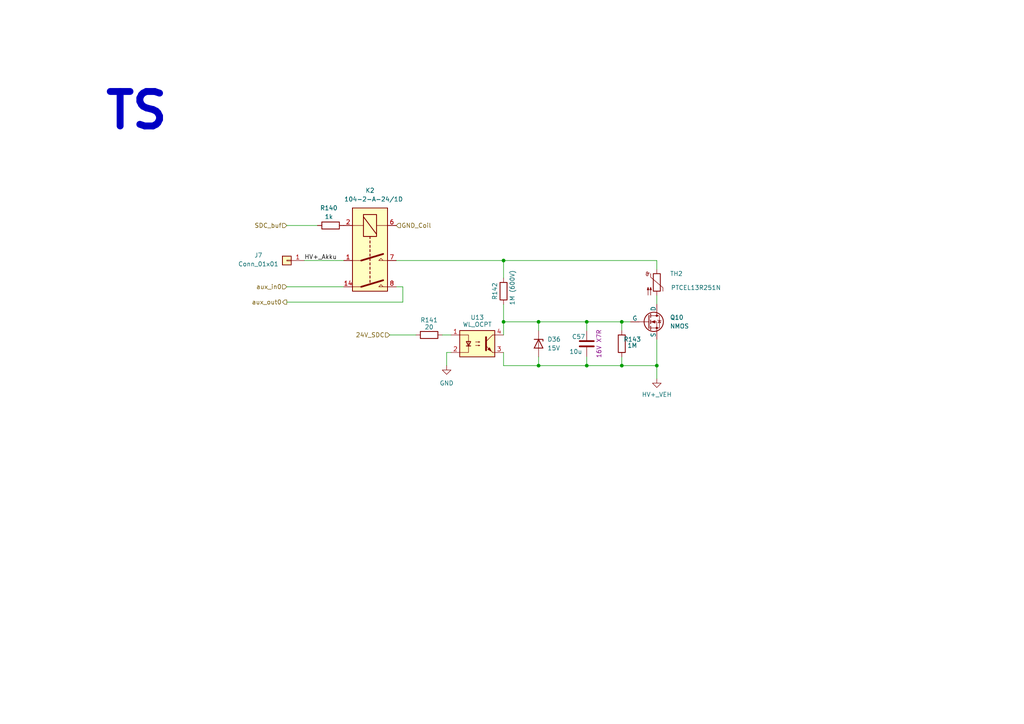
<source format=kicad_sch>
(kicad_sch
	(version 20231120)
	(generator "eeschema")
	(generator_version "8.0")
	(uuid "c512826e-4b30-41b0-b08b-4a156c10d879")
	(paper "A4")
	(lib_symbols
		(symbol "Connector_Generic:Conn_01x01"
			(pin_names
				(offset 1.016) hide)
			(exclude_from_sim no)
			(in_bom yes)
			(on_board yes)
			(property "Reference" "J"
				(at 0 2.54 0)
				(effects
					(font
						(size 1.27 1.27)
					)
				)
			)
			(property "Value" "Conn_01x01"
				(at 0 -2.54 0)
				(effects
					(font
						(size 1.27 1.27)
					)
				)
			)
			(property "Footprint" ""
				(at 0 0 0)
				(effects
					(font
						(size 1.27 1.27)
					)
					(hide yes)
				)
			)
			(property "Datasheet" "~"
				(at 0 0 0)
				(effects
					(font
						(size 1.27 1.27)
					)
					(hide yes)
				)
			)
			(property "Description" "Generic connector, single row, 01x01, script generated (kicad-library-utils/schlib/autogen/connector/)"
				(at 0 0 0)
				(effects
					(font
						(size 1.27 1.27)
					)
					(hide yes)
				)
			)
			(property "ki_keywords" "connector"
				(at 0 0 0)
				(effects
					(font
						(size 1.27 1.27)
					)
					(hide yes)
				)
			)
			(property "ki_fp_filters" "Connector*:*_1x??_*"
				(at 0 0 0)
				(effects
					(font
						(size 1.27 1.27)
					)
					(hide yes)
				)
			)
			(symbol "Conn_01x01_1_1"
				(rectangle
					(start -1.27 0.127)
					(end 0 -0.127)
					(stroke
						(width 0.1524)
						(type default)
					)
					(fill
						(type none)
					)
				)
				(rectangle
					(start -1.27 1.27)
					(end 1.27 -1.27)
					(stroke
						(width 0.254)
						(type default)
					)
					(fill
						(type background)
					)
				)
				(pin passive line
					(at -5.08 0 0)
					(length 3.81)
					(name "Pin_1"
						(effects
							(font
								(size 1.27 1.27)
							)
						)
					)
					(number "1"
						(effects
							(font
								(size 1.27 1.27)
							)
						)
					)
				)
			)
		)
		(symbol "Device:C"
			(pin_numbers hide)
			(pin_names
				(offset 0.254)
			)
			(exclude_from_sim no)
			(in_bom yes)
			(on_board yes)
			(property "Reference" "C"
				(at 0.635 2.54 0)
				(effects
					(font
						(size 1.27 1.27)
					)
					(justify left)
				)
			)
			(property "Value" "C"
				(at 0.635 -2.54 0)
				(effects
					(font
						(size 1.27 1.27)
					)
					(justify left)
				)
			)
			(property "Footprint" ""
				(at 0.9652 -3.81 0)
				(effects
					(font
						(size 1.27 1.27)
					)
					(hide yes)
				)
			)
			(property "Datasheet" "~"
				(at 0 0 0)
				(effects
					(font
						(size 1.27 1.27)
					)
					(hide yes)
				)
			)
			(property "Description" "Unpolarized capacitor"
				(at 0 0 0)
				(effects
					(font
						(size 1.27 1.27)
					)
					(hide yes)
				)
			)
			(property "ki_keywords" "cap capacitor"
				(at 0 0 0)
				(effects
					(font
						(size 1.27 1.27)
					)
					(hide yes)
				)
			)
			(property "ki_fp_filters" "C_*"
				(at 0 0 0)
				(effects
					(font
						(size 1.27 1.27)
					)
					(hide yes)
				)
			)
			(symbol "C_0_1"
				(polyline
					(pts
						(xy -2.032 -0.762) (xy 2.032 -0.762)
					)
					(stroke
						(width 0.508)
						(type default)
					)
					(fill
						(type none)
					)
				)
				(polyline
					(pts
						(xy -2.032 0.762) (xy 2.032 0.762)
					)
					(stroke
						(width 0.508)
						(type default)
					)
					(fill
						(type none)
					)
				)
			)
			(symbol "C_1_1"
				(pin passive line
					(at 0 3.81 270)
					(length 2.794)
					(name "~"
						(effects
							(font
								(size 1.27 1.27)
							)
						)
					)
					(number "1"
						(effects
							(font
								(size 1.27 1.27)
							)
						)
					)
				)
				(pin passive line
					(at 0 -3.81 90)
					(length 2.794)
					(name "~"
						(effects
							(font
								(size 1.27 1.27)
							)
						)
					)
					(number "2"
						(effects
							(font
								(size 1.27 1.27)
							)
						)
					)
				)
			)
		)
		(symbol "Device:D_Zener"
			(pin_numbers hide)
			(pin_names
				(offset 1.016) hide)
			(exclude_from_sim no)
			(in_bom yes)
			(on_board yes)
			(property "Reference" "D"
				(at 0 2.54 0)
				(effects
					(font
						(size 1.27 1.27)
					)
				)
			)
			(property "Value" "D_Zener"
				(at 0 -2.54 0)
				(effects
					(font
						(size 1.27 1.27)
					)
				)
			)
			(property "Footprint" ""
				(at 0 0 0)
				(effects
					(font
						(size 1.27 1.27)
					)
					(hide yes)
				)
			)
			(property "Datasheet" "~"
				(at 0 0 0)
				(effects
					(font
						(size 1.27 1.27)
					)
					(hide yes)
				)
			)
			(property "Description" "Zener diode"
				(at 0 0 0)
				(effects
					(font
						(size 1.27 1.27)
					)
					(hide yes)
				)
			)
			(property "ki_keywords" "diode"
				(at 0 0 0)
				(effects
					(font
						(size 1.27 1.27)
					)
					(hide yes)
				)
			)
			(property "ki_fp_filters" "TO-???* *_Diode_* *SingleDiode* D_*"
				(at 0 0 0)
				(effects
					(font
						(size 1.27 1.27)
					)
					(hide yes)
				)
			)
			(symbol "D_Zener_0_1"
				(polyline
					(pts
						(xy 1.27 0) (xy -1.27 0)
					)
					(stroke
						(width 0)
						(type default)
					)
					(fill
						(type none)
					)
				)
				(polyline
					(pts
						(xy -1.27 -1.27) (xy -1.27 1.27) (xy -0.762 1.27)
					)
					(stroke
						(width 0.254)
						(type default)
					)
					(fill
						(type none)
					)
				)
				(polyline
					(pts
						(xy 1.27 -1.27) (xy 1.27 1.27) (xy -1.27 0) (xy 1.27 -1.27)
					)
					(stroke
						(width 0.254)
						(type default)
					)
					(fill
						(type none)
					)
				)
			)
			(symbol "D_Zener_1_1"
				(pin passive line
					(at -3.81 0 0)
					(length 2.54)
					(name "K"
						(effects
							(font
								(size 1.27 1.27)
							)
						)
					)
					(number "1"
						(effects
							(font
								(size 1.27 1.27)
							)
						)
					)
				)
				(pin passive line
					(at 3.81 0 180)
					(length 2.54)
					(name "A"
						(effects
							(font
								(size 1.27 1.27)
							)
						)
					)
					(number "2"
						(effects
							(font
								(size 1.27 1.27)
							)
						)
					)
				)
			)
		)
		(symbol "Device:R"
			(pin_numbers hide)
			(pin_names
				(offset 0)
			)
			(exclude_from_sim no)
			(in_bom yes)
			(on_board yes)
			(property "Reference" "R"
				(at 2.032 0 90)
				(effects
					(font
						(size 1.27 1.27)
					)
				)
			)
			(property "Value" "R"
				(at 0 0 90)
				(effects
					(font
						(size 1.27 1.27)
					)
				)
			)
			(property "Footprint" ""
				(at -1.778 0 90)
				(effects
					(font
						(size 1.27 1.27)
					)
					(hide yes)
				)
			)
			(property "Datasheet" "~"
				(at 0 0 0)
				(effects
					(font
						(size 1.27 1.27)
					)
					(hide yes)
				)
			)
			(property "Description" "Resistor"
				(at 0 0 0)
				(effects
					(font
						(size 1.27 1.27)
					)
					(hide yes)
				)
			)
			(property "ki_keywords" "R res resistor"
				(at 0 0 0)
				(effects
					(font
						(size 1.27 1.27)
					)
					(hide yes)
				)
			)
			(property "ki_fp_filters" "R_*"
				(at 0 0 0)
				(effects
					(font
						(size 1.27 1.27)
					)
					(hide yes)
				)
			)
			(symbol "R_0_1"
				(rectangle
					(start -1.016 -2.54)
					(end 1.016 2.54)
					(stroke
						(width 0.254)
						(type default)
					)
					(fill
						(type none)
					)
				)
			)
			(symbol "R_1_1"
				(pin passive line
					(at 0 3.81 270)
					(length 1.27)
					(name "~"
						(effects
							(font
								(size 1.27 1.27)
							)
						)
					)
					(number "1"
						(effects
							(font
								(size 1.27 1.27)
							)
						)
					)
				)
				(pin passive line
					(at 0 -3.81 90)
					(length 1.27)
					(name "~"
						(effects
							(font
								(size 1.27 1.27)
							)
						)
					)
					(number "2"
						(effects
							(font
								(size 1.27 1.27)
							)
						)
					)
				)
			)
		)
		(symbol "Device:Thermistor_PTC"
			(pin_numbers hide)
			(pin_names
				(offset 0)
			)
			(exclude_from_sim no)
			(in_bom yes)
			(on_board yes)
			(property "Reference" "TH"
				(at -4.064 0 90)
				(effects
					(font
						(size 1.27 1.27)
					)
				)
			)
			(property "Value" "Thermistor_PTC"
				(at 3.048 0 90)
				(effects
					(font
						(size 1.27 1.27)
					)
				)
			)
			(property "Footprint" ""
				(at 1.27 -5.08 0)
				(effects
					(font
						(size 1.27 1.27)
					)
					(justify left)
					(hide yes)
				)
			)
			(property "Datasheet" "~"
				(at 0 0 0)
				(effects
					(font
						(size 1.27 1.27)
					)
					(hide yes)
				)
			)
			(property "Description" "Temperature dependent resistor, positive temperature coefficient"
				(at 0 0 0)
				(effects
					(font
						(size 1.27 1.27)
					)
					(hide yes)
				)
			)
			(property "ki_keywords" "resistor PTC thermistor sensor RTD"
				(at 0 0 0)
				(effects
					(font
						(size 1.27 1.27)
					)
					(hide yes)
				)
			)
			(property "ki_fp_filters" "*PTC* *Thermistor* PIN?ARRAY* bornier* *Terminal?Block* R_*"
				(at 0 0 0)
				(effects
					(font
						(size 1.27 1.27)
					)
					(hide yes)
				)
			)
			(symbol "Thermistor_PTC_0_1"
				(arc
					(start -3.048 2.159)
					(mid -3.0495 2.3143)
					(end -3.175 2.413)
					(stroke
						(width 0)
						(type default)
					)
					(fill
						(type none)
					)
				)
				(arc
					(start -3.048 2.159)
					(mid -2.9736 1.9794)
					(end -2.794 1.905)
					(stroke
						(width 0)
						(type default)
					)
					(fill
						(type none)
					)
				)
				(arc
					(start -3.048 2.794)
					(mid -2.9736 2.6144)
					(end -2.794 2.54)
					(stroke
						(width 0)
						(type default)
					)
					(fill
						(type none)
					)
				)
				(arc
					(start -2.794 1.905)
					(mid -2.6144 1.9794)
					(end -2.54 2.159)
					(stroke
						(width 0)
						(type default)
					)
					(fill
						(type none)
					)
				)
				(arc
					(start -2.794 2.54)
					(mid -2.4393 2.5587)
					(end -2.159 2.794)
					(stroke
						(width 0)
						(type default)
					)
					(fill
						(type none)
					)
				)
				(arc
					(start -2.794 3.048)
					(mid -2.9736 2.9736)
					(end -3.048 2.794)
					(stroke
						(width 0)
						(type default)
					)
					(fill
						(type none)
					)
				)
				(arc
					(start -2.54 2.794)
					(mid -2.6144 2.9736)
					(end -2.794 3.048)
					(stroke
						(width 0)
						(type default)
					)
					(fill
						(type none)
					)
				)
				(rectangle
					(start -1.016 2.54)
					(end 1.016 -2.54)
					(stroke
						(width 0.254)
						(type default)
					)
					(fill
						(type none)
					)
				)
				(polyline
					(pts
						(xy -2.54 2.159) (xy -2.54 2.794)
					)
					(stroke
						(width 0)
						(type default)
					)
					(fill
						(type none)
					)
				)
				(polyline
					(pts
						(xy -1.778 2.54) (xy -1.778 1.524) (xy 1.778 -1.524) (xy 1.778 -2.54)
					)
					(stroke
						(width 0)
						(type default)
					)
					(fill
						(type none)
					)
				)
				(polyline
					(pts
						(xy -2.54 -3.683) (xy -2.54 -1.397) (xy -2.794 -2.159) (xy -2.286 -2.159) (xy -2.54 -1.397) (xy -2.54 -1.651)
					)
					(stroke
						(width 0)
						(type default)
					)
					(fill
						(type outline)
					)
				)
				(polyline
					(pts
						(xy -1.778 -3.683) (xy -1.778 -1.397) (xy -2.032 -2.159) (xy -1.524 -2.159) (xy -1.778 -1.397)
						(xy -1.778 -1.651)
					)
					(stroke
						(width 0)
						(type default)
					)
					(fill
						(type outline)
					)
				)
			)
			(symbol "Thermistor_PTC_1_1"
				(pin passive line
					(at 0 3.81 270)
					(length 1.27)
					(name "~"
						(effects
							(font
								(size 1.27 1.27)
							)
						)
					)
					(number "1"
						(effects
							(font
								(size 1.27 1.27)
							)
						)
					)
				)
				(pin passive line
					(at 0 -3.81 90)
					(length 1.27)
					(name "~"
						(effects
							(font
								(size 1.27 1.27)
							)
						)
					)
					(number "2"
						(effects
							(font
								(size 1.27 1.27)
							)
						)
					)
				)
			)
		)
		(symbol "Isolator:FODM217A"
			(exclude_from_sim no)
			(in_bom yes)
			(on_board yes)
			(property "Reference" "U4"
				(at 1.27 7.62 0)
				(effects
					(font
						(size 1.27 1.27)
					)
				)
			)
			(property "Value" "WL_OCDA"
				(at 1.27 5.588 0)
				(effects
					(font
						(size 1.27 1.27)
					)
				)
			)
			(property "Footprint" "Package_SO:SOP-4_4.4x2.6mm_P1.27mm"
				(at 0 -5.08 0)
				(effects
					(font
						(size 1.27 1.27)
						(italic yes)
					)
					(hide yes)
				)
			)
			(property "Datasheet" ""
				(at 0 0 0)
				(effects
					(font
						(size 1.27 1.27)
					)
					(justify left)
					(hide yes)
				)
			)
			(property "Description" "141352145000"
				(at 0 0 0)
				(effects
					(font
						(size 1.27 1.27)
					)
					(hide yes)
				)
			)
			(property "ki_keywords" "DC Phototransistor Optocoupler"
				(at 0 0 0)
				(effects
					(font
						(size 1.27 1.27)
					)
					(hide yes)
				)
			)
			(property "ki_fp_filters" "SOP*4.4x2.6mm*P1.27mm*"
				(at 0 0 0)
				(effects
					(font
						(size 1.27 1.27)
					)
					(hide yes)
				)
			)
			(symbol "FODM217A_0_1"
				(rectangle
					(start -5.08 3.81)
					(end 5.08 -3.81)
					(stroke
						(width 0.254)
						(type default)
					)
					(fill
						(type background)
					)
				)
				(polyline
					(pts
						(xy -3.175 -0.635) (xy -1.905 -0.635)
					)
					(stroke
						(width 0.254)
						(type default)
					)
					(fill
						(type none)
					)
				)
				(polyline
					(pts
						(xy 2.54 0.635) (xy 4.445 2.54)
					)
					(stroke
						(width 0)
						(type default)
					)
					(fill
						(type none)
					)
				)
				(polyline
					(pts
						(xy 4.445 -2.54) (xy 2.54 -0.635)
					)
					(stroke
						(width 0)
						(type default)
					)
					(fill
						(type outline)
					)
				)
				(polyline
					(pts
						(xy 4.445 -2.54) (xy 5.08 -2.54)
					)
					(stroke
						(width 0)
						(type default)
					)
					(fill
						(type none)
					)
				)
				(polyline
					(pts
						(xy 4.445 2.54) (xy 5.08 2.54)
					)
					(stroke
						(width 0)
						(type default)
					)
					(fill
						(type none)
					)
				)
				(polyline
					(pts
						(xy -5.08 2.54) (xy -2.54 2.54) (xy -2.54 -0.635)
					)
					(stroke
						(width 0)
						(type default)
					)
					(fill
						(type none)
					)
				)
				(polyline
					(pts
						(xy -2.54 -0.635) (xy -2.54 -2.54) (xy -5.08 -2.54)
					)
					(stroke
						(width 0)
						(type default)
					)
					(fill
						(type none)
					)
				)
				(polyline
					(pts
						(xy 2.54 1.905) (xy 2.54 -1.905) (xy 2.54 -1.905)
					)
					(stroke
						(width 0.508)
						(type default)
					)
					(fill
						(type none)
					)
				)
				(polyline
					(pts
						(xy -2.54 -0.635) (xy -3.175 0.635) (xy -1.905 0.635) (xy -2.54 -0.635)
					)
					(stroke
						(width 0.254)
						(type default)
					)
					(fill
						(type none)
					)
				)
				(polyline
					(pts
						(xy -0.508 -0.508) (xy 0.762 -0.508) (xy 0.381 -0.635) (xy 0.381 -0.381) (xy 0.762 -0.508)
					)
					(stroke
						(width 0)
						(type default)
					)
					(fill
						(type none)
					)
				)
				(polyline
					(pts
						(xy -0.508 0.508) (xy 0.762 0.508) (xy 0.381 0.381) (xy 0.381 0.635) (xy 0.762 0.508)
					)
					(stroke
						(width 0)
						(type default)
					)
					(fill
						(type none)
					)
				)
				(polyline
					(pts
						(xy 3.048 -1.651) (xy 3.556 -1.143) (xy 4.064 -2.159) (xy 3.048 -1.651) (xy 3.048 -1.651)
					)
					(stroke
						(width 0)
						(type default)
					)
					(fill
						(type outline)
					)
				)
			)
			(symbol "FODM217A_1_1"
				(pin passive line
					(at -7.62 2.54 0)
					(length 2.54)
					(name "~"
						(effects
							(font
								(size 1.27 1.27)
							)
						)
					)
					(number "1"
						(effects
							(font
								(size 1.27 1.27)
							)
						)
					)
				)
				(pin passive line
					(at -7.62 -2.54 0)
					(length 2.54)
					(name "~"
						(effects
							(font
								(size 1.27 1.27)
							)
						)
					)
					(number "2"
						(effects
							(font
								(size 1.27 1.27)
							)
						)
					)
				)
				(pin passive line
					(at 7.62 -2.54 180)
					(length 2.54)
					(name "~"
						(effects
							(font
								(size 1.27 1.27)
							)
						)
					)
					(number "3"
						(effects
							(font
								(size 1.27 1.27)
							)
						)
					)
				)
				(pin passive line
					(at 7.62 2.54 180)
					(length 2.54)
					(name "~"
						(effects
							(font
								(size 1.27 1.27)
							)
						)
					)
					(number "4"
						(effects
							(font
								(size 1.27 1.27)
							)
						)
					)
				)
			)
		)
		(symbol "Relay:DIPxx-2Axx-21x"
			(exclude_from_sim no)
			(in_bom yes)
			(on_board yes)
			(property "Reference" "K"
				(at 12.7 3.81 0)
				(effects
					(font
						(size 1.27 1.27)
					)
					(justify left)
				)
			)
			(property "Value" "DIPxx-2Axx-21x"
				(at 12.7 1.27 0)
				(effects
					(font
						(size 1.27 1.27)
					)
					(justify left)
				)
			)
			(property "Footprint" "Relay_THT:Relay_StandexMeder_DIP_LowProfile"
				(at 12.7 -1.27 0)
				(effects
					(font
						(size 1.27 1.27)
					)
					(justify left)
					(hide yes)
				)
			)
			(property "Datasheet" "https://standexelectronics.com/wp-content/uploads/datasheet_reed_relay_DIP.pdf"
				(at 0 0 0)
				(effects
					(font
						(size 1.27 1.27)
					)
					(hide yes)
				)
			)
			(property "Description" "Standex Meder DIP reed relay, DPST, Closing Contacts"
				(at 0 0 0)
				(effects
					(font
						(size 1.27 1.27)
					)
					(hide yes)
				)
			)
			(property "ki_keywords" "Single Pole Reed Relay DPST"
				(at 0 0 0)
				(effects
					(font
						(size 1.27 1.27)
					)
					(hide yes)
				)
			)
			(property "ki_fp_filters" "Relay*StandexMeder*DIP*LowProfile*"
				(at 0 0 0)
				(effects
					(font
						(size 1.27 1.27)
					)
					(hide yes)
				)
			)
			(symbol "DIPxx-2Axx-21x_0_0"
				(polyline
					(pts
						(xy 2.54 5.08) (xy 2.54 2.54) (xy 1.905 3.175) (xy 2.54 3.81)
					)
					(stroke
						(width 0)
						(type default)
					)
					(fill
						(type none)
					)
				)
				(polyline
					(pts
						(xy 10.16 5.08) (xy 10.16 2.54) (xy 9.525 3.175) (xy 10.16 3.81)
					)
					(stroke
						(width 0)
						(type default)
					)
					(fill
						(type none)
					)
				)
			)
			(symbol "DIPxx-2Axx-21x_0_1"
				(rectangle
					(start -12.7 5.08)
					(end 11.43 -5.08)
					(stroke
						(width 0.254)
						(type default)
					)
					(fill
						(type background)
					)
				)
				(rectangle
					(start -10.795 1.905)
					(end -4.445 -1.905)
					(stroke
						(width 0.254)
						(type default)
					)
					(fill
						(type none)
					)
				)
				(polyline
					(pts
						(xy -10.16 -1.905) (xy -5.08 1.905)
					)
					(stroke
						(width 0.254)
						(type default)
					)
					(fill
						(type none)
					)
				)
				(polyline
					(pts
						(xy -7.62 -5.08) (xy -7.62 -1.905)
					)
					(stroke
						(width 0)
						(type default)
					)
					(fill
						(type none)
					)
				)
				(polyline
					(pts
						(xy -7.62 5.08) (xy -7.62 1.905)
					)
					(stroke
						(width 0)
						(type default)
					)
					(fill
						(type none)
					)
				)
				(polyline
					(pts
						(xy -4.445 0) (xy -3.81 0)
					)
					(stroke
						(width 0.254)
						(type default)
					)
					(fill
						(type none)
					)
				)
				(polyline
					(pts
						(xy -3.175 0) (xy -2.54 0)
					)
					(stroke
						(width 0.254)
						(type default)
					)
					(fill
						(type none)
					)
				)
				(polyline
					(pts
						(xy -1.905 0) (xy -1.27 0)
					)
					(stroke
						(width 0.254)
						(type default)
					)
					(fill
						(type none)
					)
				)
				(polyline
					(pts
						(xy -0.635 0) (xy 0 0)
					)
					(stroke
						(width 0.254)
						(type default)
					)
					(fill
						(type none)
					)
				)
				(polyline
					(pts
						(xy 0.635 0) (xy 1.27 0)
					)
					(stroke
						(width 0.254)
						(type default)
					)
					(fill
						(type none)
					)
				)
				(polyline
					(pts
						(xy 1.905 0) (xy 2.54 0)
					)
					(stroke
						(width 0.254)
						(type default)
					)
					(fill
						(type none)
					)
				)
				(polyline
					(pts
						(xy 2.54 -2.54) (xy 0.635 3.81)
					)
					(stroke
						(width 0.508)
						(type default)
					)
					(fill
						(type none)
					)
				)
				(polyline
					(pts
						(xy 2.54 -2.54) (xy 2.54 -5.08)
					)
					(stroke
						(width 0)
						(type default)
					)
					(fill
						(type none)
					)
				)
				(polyline
					(pts
						(xy 3.175 0) (xy 3.81 0)
					)
					(stroke
						(width 0.254)
						(type default)
					)
					(fill
						(type none)
					)
				)
				(polyline
					(pts
						(xy 4.445 0) (xy 5.08 0)
					)
					(stroke
						(width 0.254)
						(type default)
					)
					(fill
						(type none)
					)
				)
				(polyline
					(pts
						(xy 5.715 0) (xy 6.35 0)
					)
					(stroke
						(width 0.254)
						(type default)
					)
					(fill
						(type none)
					)
				)
				(polyline
					(pts
						(xy 6.985 0) (xy 7.62 0)
					)
					(stroke
						(width 0.254)
						(type default)
					)
					(fill
						(type none)
					)
				)
				(polyline
					(pts
						(xy 8.255 0) (xy 8.89 0)
					)
					(stroke
						(width 0.254)
						(type default)
					)
					(fill
						(type none)
					)
				)
				(polyline
					(pts
						(xy 10.16 -2.54) (xy 8.255 3.81)
					)
					(stroke
						(width 0.508)
						(type default)
					)
					(fill
						(type none)
					)
				)
				(polyline
					(pts
						(xy 10.16 -2.54) (xy 10.16 -5.08)
					)
					(stroke
						(width 0)
						(type default)
					)
					(fill
						(type none)
					)
				)
			)
			(symbol "DIPxx-2Axx-21x_1_1"
				(pin passive line
					(at 2.54 -7.62 90)
					(length 2.54)
					(name "~"
						(effects
							(font
								(size 1.27 1.27)
							)
						)
					)
					(number "1"
						(effects
							(font
								(size 1.27 1.27)
							)
						)
					)
				)
				(pin passive line
					(at 10.16 -7.62 90)
					(length 2.54)
					(name "~"
						(effects
							(font
								(size 1.27 1.27)
							)
						)
					)
					(number "14"
						(effects
							(font
								(size 1.27 1.27)
							)
						)
					)
				)
				(pin passive line
					(at -7.62 -7.62 90)
					(length 2.54)
					(name "~"
						(effects
							(font
								(size 1.27 1.27)
							)
						)
					)
					(number "2"
						(effects
							(font
								(size 1.27 1.27)
							)
						)
					)
				)
				(pin passive line
					(at -7.62 7.62 270)
					(length 2.54)
					(name "~"
						(effects
							(font
								(size 1.27 1.27)
							)
						)
					)
					(number "6"
						(effects
							(font
								(size 1.27 1.27)
							)
						)
					)
				)
				(pin passive line
					(at 2.54 7.62 270)
					(length 2.54)
					(name "~"
						(effects
							(font
								(size 1.27 1.27)
							)
						)
					)
					(number "7"
						(effects
							(font
								(size 1.27 1.27)
							)
						)
					)
				)
				(pin passive line
					(at 10.16 7.62 270)
					(length 2.54)
					(name "~"
						(effects
							(font
								(size 1.27 1.27)
							)
						)
					)
					(number "8"
						(effects
							(font
								(size 1.27 1.27)
							)
						)
					)
				)
			)
		)
		(symbol "Simulation_SPICE:NMOS"
			(pin_numbers hide)
			(pin_names
				(offset 0)
			)
			(exclude_from_sim no)
			(in_bom yes)
			(on_board yes)
			(property "Reference" "Q"
				(at 5.08 1.27 0)
				(effects
					(font
						(size 1.27 1.27)
					)
					(justify left)
				)
			)
			(property "Value" "NMOS"
				(at 5.08 -1.27 0)
				(effects
					(font
						(size 1.27 1.27)
					)
					(justify left)
				)
			)
			(property "Footprint" ""
				(at 5.08 2.54 0)
				(effects
					(font
						(size 1.27 1.27)
					)
					(hide yes)
				)
			)
			(property "Datasheet" "https://ngspice.sourceforge.io/docs/ngspice-html-manual/manual.xhtml#cha_MOSFETs"
				(at 0 -12.7 0)
				(effects
					(font
						(size 1.27 1.27)
					)
					(hide yes)
				)
			)
			(property "Description" "N-MOSFET transistor, drain/source/gate"
				(at 0 0 0)
				(effects
					(font
						(size 1.27 1.27)
					)
					(hide yes)
				)
			)
			(property "Sim.Device" "NMOS"
				(at 0 -17.145 0)
				(effects
					(font
						(size 1.27 1.27)
					)
					(hide yes)
				)
			)
			(property "Sim.Type" "VDMOS"
				(at 0 -19.05 0)
				(effects
					(font
						(size 1.27 1.27)
					)
					(hide yes)
				)
			)
			(property "Sim.Pins" "1=D 2=G 3=S"
				(at 0 -15.24 0)
				(effects
					(font
						(size 1.27 1.27)
					)
					(hide yes)
				)
			)
			(property "ki_keywords" "transistor NMOS N-MOS N-MOSFET simulation"
				(at 0 0 0)
				(effects
					(font
						(size 1.27 1.27)
					)
					(hide yes)
				)
			)
			(symbol "NMOS_0_1"
				(polyline
					(pts
						(xy 0.254 0) (xy -2.54 0)
					)
					(stroke
						(width 0)
						(type default)
					)
					(fill
						(type none)
					)
				)
				(polyline
					(pts
						(xy 0.254 1.905) (xy 0.254 -1.905)
					)
					(stroke
						(width 0.254)
						(type default)
					)
					(fill
						(type none)
					)
				)
				(polyline
					(pts
						(xy 0.762 -1.27) (xy 0.762 -2.286)
					)
					(stroke
						(width 0.254)
						(type default)
					)
					(fill
						(type none)
					)
				)
				(polyline
					(pts
						(xy 0.762 0.508) (xy 0.762 -0.508)
					)
					(stroke
						(width 0.254)
						(type default)
					)
					(fill
						(type none)
					)
				)
				(polyline
					(pts
						(xy 0.762 2.286) (xy 0.762 1.27)
					)
					(stroke
						(width 0.254)
						(type default)
					)
					(fill
						(type none)
					)
				)
				(polyline
					(pts
						(xy 2.54 2.54) (xy 2.54 1.778)
					)
					(stroke
						(width 0)
						(type default)
					)
					(fill
						(type none)
					)
				)
				(polyline
					(pts
						(xy 2.54 -2.54) (xy 2.54 0) (xy 0.762 0)
					)
					(stroke
						(width 0)
						(type default)
					)
					(fill
						(type none)
					)
				)
				(polyline
					(pts
						(xy 0.762 -1.778) (xy 3.302 -1.778) (xy 3.302 1.778) (xy 0.762 1.778)
					)
					(stroke
						(width 0)
						(type default)
					)
					(fill
						(type none)
					)
				)
				(polyline
					(pts
						(xy 1.016 0) (xy 2.032 0.381) (xy 2.032 -0.381) (xy 1.016 0)
					)
					(stroke
						(width 0)
						(type default)
					)
					(fill
						(type outline)
					)
				)
				(polyline
					(pts
						(xy 2.794 0.508) (xy 2.921 0.381) (xy 3.683 0.381) (xy 3.81 0.254)
					)
					(stroke
						(width 0)
						(type default)
					)
					(fill
						(type none)
					)
				)
				(polyline
					(pts
						(xy 3.302 0.381) (xy 2.921 -0.254) (xy 3.683 -0.254) (xy 3.302 0.381)
					)
					(stroke
						(width 0)
						(type default)
					)
					(fill
						(type none)
					)
				)
				(circle
					(center 1.651 0)
					(radius 2.794)
					(stroke
						(width 0.254)
						(type default)
					)
					(fill
						(type none)
					)
				)
				(circle
					(center 2.54 -1.778)
					(radius 0.254)
					(stroke
						(width 0)
						(type default)
					)
					(fill
						(type outline)
					)
				)
				(circle
					(center 2.54 1.778)
					(radius 0.254)
					(stroke
						(width 0)
						(type default)
					)
					(fill
						(type outline)
					)
				)
			)
			(symbol "NMOS_1_1"
				(pin passive line
					(at 2.54 5.08 270)
					(length 2.54)
					(name "D"
						(effects
							(font
								(size 1.27 1.27)
							)
						)
					)
					(number "1"
						(effects
							(font
								(size 1.27 1.27)
							)
						)
					)
				)
				(pin input line
					(at -5.08 0 0)
					(length 2.54)
					(name "G"
						(effects
							(font
								(size 1.27 1.27)
							)
						)
					)
					(number "2"
						(effects
							(font
								(size 1.27 1.27)
							)
						)
					)
				)
				(pin passive line
					(at 2.54 -5.08 90)
					(length 2.54)
					(name "S"
						(effects
							(font
								(size 1.27 1.27)
							)
						)
					)
					(number "3"
						(effects
							(font
								(size 1.27 1.27)
							)
						)
					)
				)
			)
		)
		(symbol "power:GND"
			(power)
			(pin_numbers hide)
			(pin_names
				(offset 0) hide)
			(exclude_from_sim no)
			(in_bom yes)
			(on_board yes)
			(property "Reference" "#PWR"
				(at 0 -6.35 0)
				(effects
					(font
						(size 1.27 1.27)
					)
					(hide yes)
				)
			)
			(property "Value" "GND"
				(at 0 -3.81 0)
				(effects
					(font
						(size 1.27 1.27)
					)
				)
			)
			(property "Footprint" ""
				(at 0 0 0)
				(effects
					(font
						(size 1.27 1.27)
					)
					(hide yes)
				)
			)
			(property "Datasheet" ""
				(at 0 0 0)
				(effects
					(font
						(size 1.27 1.27)
					)
					(hide yes)
				)
			)
			(property "Description" "Power symbol creates a global label with name \"GND\" , ground"
				(at 0 0 0)
				(effects
					(font
						(size 1.27 1.27)
					)
					(hide yes)
				)
			)
			(property "ki_keywords" "global power"
				(at 0 0 0)
				(effects
					(font
						(size 1.27 1.27)
					)
					(hide yes)
				)
			)
			(symbol "GND_0_1"
				(polyline
					(pts
						(xy 0 0) (xy 0 -1.27) (xy 1.27 -1.27) (xy 0 -2.54) (xy -1.27 -1.27) (xy 0 -1.27)
					)
					(stroke
						(width 0)
						(type default)
					)
					(fill
						(type none)
					)
				)
			)
			(symbol "GND_1_1"
				(pin power_in line
					(at 0 0 270)
					(length 0)
					(name "~"
						(effects
							(font
								(size 1.27 1.27)
							)
						)
					)
					(number "1"
						(effects
							(font
								(size 1.27 1.27)
							)
						)
					)
				)
			)
		)
	)
	(junction
		(at 156.21 106.045)
		(diameter 0)
		(color 0 0 0 0)
		(uuid "7445b026-cf2a-4e3a-9320-ddcfc132f20e")
	)
	(junction
		(at 170.18 106.045)
		(diameter 0)
		(color 0 0 0 0)
		(uuid "7d3c6679-618d-4b65-be47-0ce5bdcb1e4f")
	)
	(junction
		(at 180.34 93.345)
		(diameter 0)
		(color 0 0 0 0)
		(uuid "833bbf93-9346-4662-b85f-eeeddff1b6fb")
	)
	(junction
		(at 146.05 93.345)
		(diameter 0)
		(color 0 0 0 0)
		(uuid "a5d9ffa8-8394-41db-9aa2-8253ca672864")
	)
	(junction
		(at 190.5 106.045)
		(diameter 0)
		(color 0 0 0 0)
		(uuid "abf29d37-e474-4393-80a5-a2b42396b3d5")
	)
	(junction
		(at 146.05 75.565)
		(diameter 0)
		(color 0 0 0 0)
		(uuid "ad670d95-9619-4ab3-89ef-3559c7fb1c54")
	)
	(junction
		(at 156.21 93.345)
		(diameter 0)
		(color 0 0 0 0)
		(uuid "b6175b6a-d08b-42d9-ab9a-527e564a86f3")
	)
	(junction
		(at 180.34 106.045)
		(diameter 0)
		(color 0 0 0 0)
		(uuid "ef7fe267-87af-4bc3-a301-4521f40808d0")
	)
	(junction
		(at 170.18 93.345)
		(diameter 0)
		(color 0 0 0 0)
		(uuid "f78825ac-56c4-408b-87ca-71210d1c4e31")
	)
	(wire
		(pts
			(xy 190.5 75.565) (xy 190.5 78.105)
		)
		(stroke
			(width 0)
			(type default)
		)
		(uuid "13255788-628c-4d91-b690-848eaaa9d480")
	)
	(wire
		(pts
			(xy 180.34 103.505) (xy 180.34 106.045)
		)
		(stroke
			(width 0)
			(type default)
		)
		(uuid "154f6429-f71d-4744-93bd-6dbb061871e1")
	)
	(wire
		(pts
			(xy 156.21 106.045) (xy 170.18 106.045)
		)
		(stroke
			(width 0)
			(type default)
		)
		(uuid "26b47e40-0446-46a8-88d0-afbae93bb962")
	)
	(wire
		(pts
			(xy 116.84 87.63) (xy 116.84 83.185)
		)
		(stroke
			(width 0)
			(type default)
		)
		(uuid "295b27b4-279a-4844-8e6c-748d1fa8971a")
	)
	(wire
		(pts
			(xy 146.05 75.565) (xy 190.5 75.565)
		)
		(stroke
			(width 0)
			(type default)
		)
		(uuid "2d154140-0496-4bf2-854d-103f5c2d7c19")
	)
	(wire
		(pts
			(xy 190.5 106.045) (xy 190.5 109.855)
		)
		(stroke
			(width 0)
			(type default)
		)
		(uuid "30ac9498-72f3-413f-bd7e-85845e8ab4eb")
	)
	(wire
		(pts
			(xy 146.05 102.235) (xy 146.05 106.045)
		)
		(stroke
			(width 0)
			(type default)
		)
		(uuid "43b491c5-91e7-4fd2-bcb6-5e06b5c4514e")
	)
	(wire
		(pts
			(xy 146.05 75.565) (xy 146.05 80.645)
		)
		(stroke
			(width 0)
			(type default)
		)
		(uuid "4edb8500-1b60-4600-ba46-83ed0d773ae4")
	)
	(wire
		(pts
			(xy 83.185 65.405) (xy 92.075 65.405)
		)
		(stroke
			(width 0)
			(type default)
		)
		(uuid "571089fd-4668-4d3e-99de-e0e92abae555")
	)
	(wire
		(pts
			(xy 156.21 93.345) (xy 170.18 93.345)
		)
		(stroke
			(width 0)
			(type default)
		)
		(uuid "5a056ee8-3a22-4e09-b04e-c8799f330db6")
	)
	(wire
		(pts
			(xy 180.34 93.345) (xy 180.34 95.885)
		)
		(stroke
			(width 0)
			(type default)
		)
		(uuid "5c3a4fba-4cbb-43a9-8d73-36253f997f93")
	)
	(wire
		(pts
			(xy 180.34 106.045) (xy 190.5 106.045)
		)
		(stroke
			(width 0)
			(type default)
		)
		(uuid "5de64539-dfa9-41d6-a744-bfef3eb4d5ad")
	)
	(wire
		(pts
			(xy 190.5 85.725) (xy 190.5 88.265)
		)
		(stroke
			(width 0)
			(type default)
		)
		(uuid "5f837369-53c2-49ce-b80b-d2656ad26f8c")
	)
	(wire
		(pts
			(xy 129.54 102.235) (xy 130.81 102.235)
		)
		(stroke
			(width 0)
			(type default)
		)
		(uuid "665327c2-f8b9-4c95-8d41-09f1fb1ae59b")
	)
	(wire
		(pts
			(xy 156.21 93.345) (xy 156.21 95.885)
		)
		(stroke
			(width 0)
			(type default)
		)
		(uuid "670ff955-a9f8-42d6-b06d-d5b87e76f2db")
	)
	(wire
		(pts
			(xy 128.27 97.155) (xy 130.81 97.155)
		)
		(stroke
			(width 0)
			(type default)
		)
		(uuid "6819bff1-1663-468c-8fc4-c04dd2371abb")
	)
	(wire
		(pts
			(xy 146.05 106.045) (xy 156.21 106.045)
		)
		(stroke
			(width 0)
			(type default)
		)
		(uuid "742c9b28-5750-4798-820f-348aa1dacc93")
	)
	(wire
		(pts
			(xy 180.34 93.345) (xy 182.88 93.345)
		)
		(stroke
			(width 0)
			(type default)
		)
		(uuid "7464ff68-8e24-40eb-9d57-a1e1adb73bf8")
	)
	(wire
		(pts
			(xy 146.05 88.265) (xy 146.05 93.345)
		)
		(stroke
			(width 0)
			(type default)
		)
		(uuid "7810b910-27fc-413c-abf0-5ed771480261")
	)
	(wire
		(pts
			(xy 170.18 106.045) (xy 180.34 106.045)
		)
		(stroke
			(width 0)
			(type default)
		)
		(uuid "83d2dc3b-e711-45ec-8be4-7e568c274201")
	)
	(wire
		(pts
			(xy 190.5 98.425) (xy 190.5 106.045)
		)
		(stroke
			(width 0)
			(type default)
		)
		(uuid "8b825f6b-53c5-40e2-9572-ca1a95891545")
	)
	(wire
		(pts
			(xy 170.18 93.345) (xy 180.34 93.345)
		)
		(stroke
			(width 0)
			(type default)
		)
		(uuid "9874fe07-27c2-40b3-a9d6-61cd85adaddd")
	)
	(wire
		(pts
			(xy 129.54 106.045) (xy 129.54 102.235)
		)
		(stroke
			(width 0)
			(type default)
		)
		(uuid "9be2aad1-c124-4bdb-8c87-5ac845da9f0a")
	)
	(wire
		(pts
			(xy 83.185 87.63) (xy 116.84 87.63)
		)
		(stroke
			(width 0)
			(type default)
		)
		(uuid "a0599e55-bcdc-477d-a041-14eeb1e9fe1c")
	)
	(wire
		(pts
			(xy 88.265 75.565) (xy 99.695 75.565)
		)
		(stroke
			(width 0)
			(type default)
		)
		(uuid "b1ab3e9f-d52b-472a-b481-50b5ff72dc1a")
	)
	(wire
		(pts
			(xy 146.05 97.155) (xy 146.05 93.345)
		)
		(stroke
			(width 0)
			(type default)
		)
		(uuid "b1b1624d-dbd0-4d8a-a040-c9fd381d1425")
	)
	(wire
		(pts
			(xy 170.18 93.345) (xy 170.18 95.885)
		)
		(stroke
			(width 0)
			(type default)
		)
		(uuid "ca8f2d87-accb-4ce7-a406-ce7496341b34")
	)
	(wire
		(pts
			(xy 114.935 75.565) (xy 146.05 75.565)
		)
		(stroke
			(width 0)
			(type default)
		)
		(uuid "ccc5a479-3c0f-4397-8d1f-7da1fed97f29")
	)
	(wire
		(pts
			(xy 156.21 103.505) (xy 156.21 106.045)
		)
		(stroke
			(width 0)
			(type default)
		)
		(uuid "d0b76fe9-ee33-468b-b3ab-f225328a9a1f")
	)
	(wire
		(pts
			(xy 170.18 103.505) (xy 170.18 106.045)
		)
		(stroke
			(width 0)
			(type default)
		)
		(uuid "d74f332d-19c6-46ae-8cef-dec24462a9c5")
	)
	(wire
		(pts
			(xy 83.185 83.185) (xy 99.695 83.185)
		)
		(stroke
			(width 0)
			(type default)
		)
		(uuid "dd45e93f-612a-4415-90c3-38ac07df31cd")
	)
	(wire
		(pts
			(xy 146.05 93.345) (xy 156.21 93.345)
		)
		(stroke
			(width 0)
			(type default)
		)
		(uuid "e5ede777-457c-4202-b64e-6d8b5fa1d6a1")
	)
	(wire
		(pts
			(xy 114.935 83.185) (xy 116.84 83.185)
		)
		(stroke
			(width 0)
			(type default)
		)
		(uuid "e751b110-8161-44c8-b0d4-0dbcad6d3ab0")
	)
	(wire
		(pts
			(xy 113.03 97.155) (xy 120.65 97.155)
		)
		(stroke
			(width 0)
			(type default)
		)
		(uuid "e877c9da-4f29-4dc7-b7e5-b5b9cd9cd689")
	)
	(text "TS"
		(exclude_from_sim no)
		(at 29.718 32.258 0)
		(effects
			(font
				(size 10 10)
				(thickness 2)
				(bold yes)
			)
			(justify left)
		)
		(uuid "0a3e6c1e-fc36-4bb4-8138-05aef9ab2a25")
	)
	(label "HV+_Akku"
		(at 88.265 75.565 0)
		(fields_autoplaced yes)
		(effects
			(font
				(size 1.27 1.27)
			)
			(justify left bottom)
		)
		(uuid "915c3972-cb2f-48ea-a298-79ded466dca1")
	)
	(hierarchical_label "GND_Coil"
		(shape input)
		(at 114.935 65.405 0)
		(fields_autoplaced yes)
		(effects
			(font
				(size 1.27 1.27)
			)
			(justify left)
		)
		(uuid "0336b6e6-12eb-49bd-922d-ffd67b8f2b71")
	)
	(hierarchical_label "SDC_buf"
		(shape input)
		(at 83.185 65.405 180)
		(fields_autoplaced yes)
		(effects
			(font
				(size 1.27 1.27)
			)
			(justify right)
		)
		(uuid "177a625b-f077-469c-808d-268af12c0324")
	)
	(hierarchical_label "24V_SDC"
		(shape input)
		(at 113.03 97.155 180)
		(fields_autoplaced yes)
		(effects
			(font
				(size 1.27 1.27)
			)
			(justify right)
		)
		(uuid "1ca44429-a82d-4314-9da5-40d6a0810209")
	)
	(hierarchical_label "aux_in0"
		(shape input)
		(at 83.185 83.185 180)
		(fields_autoplaced yes)
		(effects
			(font
				(size 1.27 1.27)
			)
			(justify right)
		)
		(uuid "653da6f8-c5e6-4b74-bd8a-e487c198cc5a")
	)
	(hierarchical_label "aux_out0"
		(shape output)
		(at 83.185 87.63 180)
		(fields_autoplaced yes)
		(effects
			(font
				(size 1.27 1.27)
			)
			(justify right)
		)
		(uuid "793ea848-b16f-487b-aa74-e363aecdb0b9")
	)
	(symbol
		(lib_id "Connector_Generic:Conn_01x01")
		(at 83.185 75.565 180)
		(unit 1)
		(exclude_from_sim no)
		(in_bom yes)
		(on_board yes)
		(dnp no)
		(uuid "0a27851e-59e7-47d8-a3a9-6547bddd85b9")
		(property "Reference" "J7"
			(at 74.93 74.041 0)
			(effects
				(font
					(size 1.27 1.27)
				)
			)
		)
		(property "Value" "Conn_01x01"
			(at 74.93 76.581 0)
			(effects
				(font
					(size 1.27 1.27)
				)
			)
		)
		(property "Footprint" ""
			(at 83.185 75.565 0)
			(effects
				(font
					(size 1.27 1.27)
				)
				(hide yes)
			)
		)
		(property "Datasheet" "~"
			(at 83.185 75.565 0)
			(effects
				(font
					(size 1.27 1.27)
				)
				(hide yes)
			)
		)
		(property "Description" "Generic connector, single row, 01x01, script generated (kicad-library-utils/schlib/autogen/connector/)"
			(at 83.185 75.565 0)
			(effects
				(font
					(size 1.27 1.27)
				)
				(hide yes)
			)
		)
		(pin "1"
			(uuid "0abcc3ab-3061-49bb-95d7-bf0489297d0e")
		)
		(instances
			(project "Master_FT25"
				(path "/e63e39d7-6ac0-4ffd-8aa3-1841a4541b55/95b8e8bb-175b-4c26-b28f-f18dafbb4793/37d30e27-c673-4cc7-b99f-eba24f032eb1"
					(reference "J7")
					(unit 1)
				)
			)
		)
	)
	(symbol
		(lib_id "Device:R")
		(at 124.46 97.155 90)
		(unit 1)
		(exclude_from_sim no)
		(in_bom yes)
		(on_board yes)
		(dnp no)
		(uuid "3da47712-3185-4e18-939b-788bf4c07fa1")
		(property "Reference" "R141"
			(at 124.46 92.837 90)
			(effects
				(font
					(size 1.27 1.27)
				)
			)
		)
		(property "Value" "20"
			(at 124.46 94.869 90)
			(effects
				(font
					(size 1.27 1.27)
				)
			)
		)
		(property "Footprint" "Resistor_SMD:R_0603_1608Metric"
			(at 124.46 98.933 90)
			(effects
				(font
					(size 1.27 1.27)
				)
				(hide yes)
			)
		)
		(property "Datasheet" "~"
			(at 124.46 97.155 0)
			(effects
				(font
					(size 1.27 1.27)
				)
				(hide yes)
			)
		)
		(property "Description" ""
			(at 124.46 97.155 0)
			(effects
				(font
					(size 1.27 1.27)
				)
				(hide yes)
			)
		)
		(pin "1"
			(uuid "d758868b-e405-4855-8187-2f6e65f34c95")
		)
		(pin "2"
			(uuid "6752f879-9679-49b1-b668-d5fcd28148a1")
		)
		(instances
			(project "Master_FT25"
				(path "/e63e39d7-6ac0-4ffd-8aa3-1841a4541b55/95b8e8bb-175b-4c26-b28f-f18dafbb4793/37d30e27-c673-4cc7-b99f-eba24f032eb1"
					(reference "R141")
					(unit 1)
				)
			)
		)
	)
	(symbol
		(lib_id "Device:Thermistor_PTC")
		(at 190.5 81.915 0)
		(unit 1)
		(exclude_from_sim no)
		(in_bom yes)
		(on_board yes)
		(dnp no)
		(uuid "473f44cc-b349-4127-ac18-c6e688167dcf")
		(property "Reference" "TH2"
			(at 194.31 79.375 0)
			(effects
				(font
					(size 1.27 1.27)
				)
				(justify left)
			)
		)
		(property "Value" "PTCEL13R251N"
			(at 194.564 83.439 0)
			(effects
				(font
					(size 1.27 1.27)
				)
				(justify left)
			)
		)
		(property "Footprint" "Connector_PinHeader_2.54mm:PinHeader_1x02_P2.54mm_Vertical"
			(at 191.77 86.995 0)
			(effects
				(font
					(size 1.27 1.27)
				)
				(justify left)
				(hide yes)
			)
		)
		(property "Datasheet" "https://www.vishay.com/docs/29165/ptcel_series.pdf"
			(at 190.5 81.915 0)
			(effects
				(font
					(size 1.27 1.27)
				)
				(hide yes)
			)
		)
		(property "Description" "Temperature dependent resistor, positive temperature coefficient"
			(at 190.5 81.915 0)
			(effects
				(font
					(size 1.27 1.27)
				)
				(hide yes)
			)
		)
		(pin "1"
			(uuid "04f791c8-bf02-4d20-a9a1-29b01b90cbaa")
		)
		(pin "2"
			(uuid "6ec933df-396a-4803-b56f-d3a576526b89")
		)
		(instances
			(project "Master_FT25"
				(path "/e63e39d7-6ac0-4ffd-8aa3-1841a4541b55/95b8e8bb-175b-4c26-b28f-f18dafbb4793/37d30e27-c673-4cc7-b99f-eba24f032eb1"
					(reference "TH2")
					(unit 1)
				)
			)
		)
	)
	(symbol
		(lib_id "Device:R")
		(at 146.05 84.455 0)
		(unit 1)
		(exclude_from_sim no)
		(in_bom yes)
		(on_board yes)
		(dnp no)
		(uuid "5ef9ba0a-5ddf-4701-94c1-f2b56ba4dcf3")
		(property "Reference" "R142"
			(at 143.51 84.455 90)
			(effects
				(font
					(size 1.27 1.27)
				)
			)
		)
		(property "Value" "1M (600V)"
			(at 148.59 83.439 90)
			(effects
				(font
					(size 1.27 1.27)
				)
			)
		)
		(property "Footprint" "Resistor_SMD:R_2010_5025Metric_Pad1.40x2.65mm_HandSolder"
			(at 144.272 84.455 90)
			(effects
				(font
					(size 1.27 1.27)
				)
				(hide yes)
			)
		)
		(property "Datasheet" "~"
			(at 146.05 84.455 0)
			(effects
				(font
					(size 1.27 1.27)
				)
				(hide yes)
			)
		)
		(property "Description" "Resistor"
			(at 146.05 84.455 0)
			(effects
				(font
					(size 1.27 1.27)
				)
				(hide yes)
			)
		)
		(pin "2"
			(uuid "442ee815-0646-49ec-91cd-4d36db9722b2")
		)
		(pin "1"
			(uuid "d4688976-b1e7-4d6c-9c40-6f540417c0d0")
		)
		(instances
			(project "Master_FT25"
				(path "/e63e39d7-6ac0-4ffd-8aa3-1841a4541b55/95b8e8bb-175b-4c26-b28f-f18dafbb4793/37d30e27-c673-4cc7-b99f-eba24f032eb1"
					(reference "R142")
					(unit 1)
				)
			)
		)
	)
	(symbol
		(lib_id "Device:C")
		(at 170.18 99.695 0)
		(unit 1)
		(exclude_from_sim no)
		(in_bom yes)
		(on_board yes)
		(dnp no)
		(uuid "6e1c859d-1970-4295-b69d-b5d9bc1b3438")
		(property "Reference" "C57"
			(at 165.862 97.663 0)
			(effects
				(font
					(size 1.27 1.27)
				)
				(justify left)
			)
		)
		(property "Value" "10u"
			(at 165.1 101.981 0)
			(effects
				(font
					(size 1.27 1.27)
				)
				(justify left)
			)
		)
		(property "Footprint" "Capacitor_SMD:C_1210_3225Metric"
			(at 171.1452 103.505 0)
			(effects
				(font
					(size 1.27 1.27)
				)
				(hide yes)
			)
		)
		(property "Datasheet" "https://www.we-online.com/components/products/datasheet/885012209014.pdf"
			(at 170.18 99.695 0)
			(effects
				(font
					(size 1.27 1.27)
				)
				(hide yes)
			)
		)
		(property "Description" "Unpolarized capacitor"
			(at 170.18 99.695 0)
			(effects
				(font
					(size 1.27 1.27)
				)
				(hide yes)
			)
		)
		(property "Field5" "16V X7R"
			(at 173.736 99.695 90)
			(effects
				(font
					(size 1.27 1.27)
				)
			)
		)
		(pin "2"
			(uuid "2f0d5848-1fc3-4ae7-9f37-e079c6642862")
		)
		(pin "1"
			(uuid "eed2f569-4d96-4708-9916-82d48d7d7a2f")
		)
		(instances
			(project "Master_FT25"
				(path "/e63e39d7-6ac0-4ffd-8aa3-1841a4541b55/95b8e8bb-175b-4c26-b28f-f18dafbb4793/37d30e27-c673-4cc7-b99f-eba24f032eb1"
					(reference "C57")
					(unit 1)
				)
			)
		)
	)
	(symbol
		(lib_id "Device:D_Zener")
		(at 156.21 99.695 270)
		(unit 1)
		(exclude_from_sim no)
		(in_bom yes)
		(on_board yes)
		(dnp no)
		(fields_autoplaced yes)
		(uuid "703d40cd-0499-4724-aa6d-6271e27cb2bf")
		(property "Reference" "D36"
			(at 158.75 98.4249 90)
			(effects
				(font
					(size 1.27 1.27)
				)
				(justify left)
			)
		)
		(property "Value" "15V"
			(at 158.75 100.9649 90)
			(effects
				(font
					(size 1.27 1.27)
				)
				(justify left)
			)
		)
		(property "Footprint" ""
			(at 156.21 99.695 0)
			(effects
				(font
					(size 1.27 1.27)
				)
				(hide yes)
			)
		)
		(property "Datasheet" "https://fscdn.rohm.com/en/products/databook/datasheet/discrete/diode/zener/kdzvtr15b-e.pdf"
			(at 156.21 99.695 0)
			(effects
				(font
					(size 1.27 1.27)
				)
				(hide yes)
			)
		)
		(property "Description" "Zener diode"
			(at 156.21 99.695 0)
			(effects
				(font
					(size 1.27 1.27)
				)
				(hide yes)
			)
		)
		(pin "2"
			(uuid "e77ee77b-d271-4b65-bac6-376b5e7ec6e5")
		)
		(pin "1"
			(uuid "c1deb349-86d5-4e31-a446-2e8e6bae05c5")
		)
		(instances
			(project "Master_FT25"
				(path "/e63e39d7-6ac0-4ffd-8aa3-1841a4541b55/95b8e8bb-175b-4c26-b28f-f18dafbb4793/37d30e27-c673-4cc7-b99f-eba24f032eb1"
					(reference "D36")
					(unit 1)
				)
			)
		)
	)
	(symbol
		(lib_id "power:GND")
		(at 190.5 109.855 0)
		(unit 1)
		(exclude_from_sim no)
		(in_bom yes)
		(on_board yes)
		(dnp no)
		(uuid "7743d97d-c522-4d36-a0f1-8fba8c34570f")
		(property "Reference" "#PWR0132"
			(at 190.5 116.205 0)
			(effects
				(font
					(size 1.27 1.27)
				)
				(hide yes)
			)
		)
		(property "Value" "HV+_VEH"
			(at 190.5 114.427 0)
			(effects
				(font
					(size 1.27 1.27)
				)
			)
		)
		(property "Footprint" ""
			(at 190.5 109.855 0)
			(effects
				(font
					(size 1.27 1.27)
				)
				(hide yes)
			)
		)
		(property "Datasheet" ""
			(at 190.5 109.855 0)
			(effects
				(font
					(size 1.27 1.27)
				)
				(hide yes)
			)
		)
		(property "Description" "Power symbol creates a global label with name \"GND\" , ground"
			(at 190.5 109.855 0)
			(effects
				(font
					(size 1.27 1.27)
				)
				(hide yes)
			)
		)
		(pin "1"
			(uuid "52dc017a-6095-4ac1-a17f-569ca7cd504b")
		)
		(instances
			(project "Master_FT25"
				(path "/e63e39d7-6ac0-4ffd-8aa3-1841a4541b55/95b8e8bb-175b-4c26-b28f-f18dafbb4793/37d30e27-c673-4cc7-b99f-eba24f032eb1"
					(reference "#PWR0132")
					(unit 1)
				)
			)
		)
	)
	(symbol
		(lib_id "Isolator:FODM217A")
		(at 138.43 99.695 0)
		(unit 1)
		(exclude_from_sim no)
		(in_bom yes)
		(on_board yes)
		(dnp no)
		(uuid "acd5b713-c362-410d-bd4b-cf9709999695")
		(property "Reference" "U13"
			(at 138.43 92.075 0)
			(effects
				(font
					(size 1.27 1.27)
				)
			)
		)
		(property "Value" "WL_OCPT"
			(at 138.43 94.107 0)
			(effects
				(font
					(size 1.27 1.27)
				)
			)
		)
		(property "Footprint" "Package_SO:SOP-4_3.8x4.1mm_P2.54mm"
			(at 138.43 104.775 0)
			(effects
				(font
					(size 1.27 1.27)
					(italic yes)
				)
				(hide yes)
			)
		)
		(property "Datasheet" "https://www.we-online.com/components/products/datasheet/140356145200.pdf"
			(at 138.43 99.695 0)
			(effects
				(font
					(size 1.27 1.27)
				)
				(justify left)
				(hide yes)
			)
		)
		(property "Description" "140356145200"
			(at 138.43 99.695 0)
			(effects
				(font
					(size 1.27 1.27)
				)
				(hide yes)
			)
		)
		(pin "3"
			(uuid "aa2323d0-5324-433e-8b0a-8d1280915458")
		)
		(pin "4"
			(uuid "c4708b11-8ee7-418b-a0c5-ccd091c321f6")
		)
		(pin "1"
			(uuid "d963911b-644e-4e68-9aa1-56394d09e279")
		)
		(pin "2"
			(uuid "5d46bf75-5b11-463a-80a6-006a5e13b353")
		)
		(instances
			(project "Master_FT25"
				(path "/e63e39d7-6ac0-4ffd-8aa3-1841a4541b55/95b8e8bb-175b-4c26-b28f-f18dafbb4793/37d30e27-c673-4cc7-b99f-eba24f032eb1"
					(reference "U13")
					(unit 1)
				)
			)
		)
	)
	(symbol
		(lib_id "Device:R")
		(at 180.34 99.695 0)
		(unit 1)
		(exclude_from_sim no)
		(in_bom yes)
		(on_board yes)
		(dnp no)
		(uuid "c541c11d-842f-4875-8950-7e0a72cc8d2c")
		(property "Reference" "R143"
			(at 183.388 98.425 0)
			(effects
				(font
					(size 1.27 1.27)
				)
			)
		)
		(property "Value" "1M"
			(at 183.388 100.203 0)
			(effects
				(font
					(size 1.27 1.27)
				)
			)
		)
		(property "Footprint" "Resistor_SMD:R_2010_5025Metric_Pad1.40x2.65mm_HandSolder"
			(at 178.562 99.695 90)
			(effects
				(font
					(size 1.27 1.27)
				)
				(hide yes)
			)
		)
		(property "Datasheet" "~"
			(at 180.34 99.695 0)
			(effects
				(font
					(size 1.27 1.27)
				)
				(hide yes)
			)
		)
		(property "Description" "Resistor"
			(at 180.34 99.695 0)
			(effects
				(font
					(size 1.27 1.27)
				)
				(hide yes)
			)
		)
		(pin "2"
			(uuid "b15408d2-0f7a-4bb4-94a8-d00c37c21b76")
		)
		(pin "1"
			(uuid "64f7fd5d-afc8-4f46-bce4-e1a9c320959c")
		)
		(instances
			(project "Master_FT25"
				(path "/e63e39d7-6ac0-4ffd-8aa3-1841a4541b55/95b8e8bb-175b-4c26-b28f-f18dafbb4793/37d30e27-c673-4cc7-b99f-eba24f032eb1"
					(reference "R143")
					(unit 1)
				)
			)
		)
	)
	(symbol
		(lib_id "power:GND")
		(at 129.54 106.045 0)
		(unit 1)
		(exclude_from_sim no)
		(in_bom yes)
		(on_board yes)
		(dnp no)
		(fields_autoplaced yes)
		(uuid "cc34b2fb-3b9e-4beb-a5a1-6defb972c6da")
		(property "Reference" "#PWR075"
			(at 129.54 112.395 0)
			(effects
				(font
					(size 1.27 1.27)
				)
				(hide yes)
			)
		)
		(property "Value" "GND"
			(at 129.54 111.125 0)
			(effects
				(font
					(size 1.27 1.27)
				)
			)
		)
		(property "Footprint" ""
			(at 129.54 106.045 0)
			(effects
				(font
					(size 1.27 1.27)
				)
				(hide yes)
			)
		)
		(property "Datasheet" ""
			(at 129.54 106.045 0)
			(effects
				(font
					(size 1.27 1.27)
				)
				(hide yes)
			)
		)
		(property "Description" "Power symbol creates a global label with name \"GND\" , ground"
			(at 129.54 106.045 0)
			(effects
				(font
					(size 1.27 1.27)
				)
				(hide yes)
			)
		)
		(pin "1"
			(uuid "c36614e8-74e2-4807-90df-920e98485546")
		)
		(instances
			(project "Master_FT25"
				(path "/e63e39d7-6ac0-4ffd-8aa3-1841a4541b55/95b8e8bb-175b-4c26-b28f-f18dafbb4793/37d30e27-c673-4cc7-b99f-eba24f032eb1"
					(reference "#PWR075")
					(unit 1)
				)
			)
		)
	)
	(symbol
		(lib_id "Device:R")
		(at 95.885 65.405 90)
		(unit 1)
		(exclude_from_sim no)
		(in_bom yes)
		(on_board yes)
		(dnp no)
		(uuid "d1d59a34-55be-438a-99e4-cbe10cc76ea9")
		(property "Reference" "R140"
			(at 95.377 60.325 90)
			(effects
				(font
					(size 1.27 1.27)
				)
			)
		)
		(property "Value" "1k"
			(at 95.377 62.865 90)
			(effects
				(font
					(size 1.27 1.27)
				)
			)
		)
		(property "Footprint" "Capacitor_SMD:C_0603_1608Metric"
			(at 95.885 67.183 90)
			(effects
				(font
					(size 1.27 1.27)
				)
				(hide yes)
			)
		)
		(property "Datasheet" "~"
			(at 95.885 65.405 0)
			(effects
				(font
					(size 1.27 1.27)
				)
				(hide yes)
			)
		)
		(property "Description" "Resistor"
			(at 95.885 65.405 0)
			(effects
				(font
					(size 1.27 1.27)
				)
				(hide yes)
			)
		)
		(pin "2"
			(uuid "eff052cd-5333-47af-be87-50468587ba19")
		)
		(pin "1"
			(uuid "dad54f1f-97c4-4354-86cf-dbfbee5ec254")
		)
		(instances
			(project "Master_FT25"
				(path "/e63e39d7-6ac0-4ffd-8aa3-1841a4541b55/95b8e8bb-175b-4c26-b28f-f18dafbb4793/37d30e27-c673-4cc7-b99f-eba24f032eb1"
					(reference "R140")
					(unit 1)
				)
			)
		)
	)
	(symbol
		(lib_id "Relay:DIPxx-2Axx-21x")
		(at 107.315 73.025 270)
		(unit 1)
		(exclude_from_sim no)
		(in_bom yes)
		(on_board yes)
		(dnp no)
		(uuid "e388b17d-b0c2-4d68-8fc9-adc8e504f747")
		(property "Reference" "K2"
			(at 107.315 55.245 90)
			(effects
				(font
					(size 1.27 1.27)
				)
			)
		)
		(property "Value" "104-2-A-24/1D "
			(at 108.839 57.785 90)
			(effects
				(font
					(size 1.27 1.27)
				)
			)
		)
		(property "Footprint" ""
			(at 106.045 85.725 0)
			(effects
				(font
					(size 1.27 1.27)
				)
				(justify left)
				(hide yes)
			)
		)
		(property "Datasheet" "https://www.pickeringrelay.com/product/104-2-a-24-1d/"
			(at 107.315 73.025 0)
			(effects
				(font
					(size 1.27 1.27)
				)
				(hide yes)
			)
		)
		(property "Description" ""
			(at 107.315 73.025 0)
			(effects
				(font
					(size 1.27 1.27)
				)
				(hide yes)
			)
		)
		(pin "14"
			(uuid "0c42707c-0ba6-4b0d-a9f5-8361d491afc0")
		)
		(pin "2"
			(uuid "734aadd4-ac32-49b1-9dfb-e3a3140695e9")
		)
		(pin "1"
			(uuid "261695df-5387-4848-94b6-61b3ca999dce")
		)
		(pin "8"
			(uuid "fa71cee4-7b53-48be-bd91-4db031aeffe6")
		)
		(pin "6"
			(uuid "44bc1f87-8f67-4490-b604-41b5277b40bd")
		)
		(pin "7"
			(uuid "172a4f3d-fc1c-4b1b-9810-e2016097d02f")
		)
		(instances
			(project "Master_FT25"
				(path "/e63e39d7-6ac0-4ffd-8aa3-1841a4541b55/95b8e8bb-175b-4c26-b28f-f18dafbb4793/37d30e27-c673-4cc7-b99f-eba24f032eb1"
					(reference "K2")
					(unit 1)
				)
			)
		)
	)
	(symbol
		(lib_id "Simulation_SPICE:NMOS")
		(at 187.96 93.345 0)
		(unit 1)
		(exclude_from_sim no)
		(in_bom yes)
		(on_board yes)
		(dnp no)
		(fields_autoplaced yes)
		(uuid "f140ace1-6005-4e34-bc9a-9e1becd80d29")
		(property "Reference" "Q10"
			(at 194.31 92.0749 0)
			(effects
				(font
					(size 1.27 1.27)
				)
				(justify left)
			)
		)
		(property "Value" "NMOS"
			(at 194.31 94.6149 0)
			(effects
				(font
					(size 1.27 1.27)
				)
				(justify left)
			)
		)
		(property "Footprint" ""
			(at 193.04 90.805 0)
			(effects
				(font
					(size 1.27 1.27)
				)
				(hide yes)
			)
		)
		(property "Datasheet" ""
			(at 187.96 106.045 0)
			(effects
				(font
					(size 1.27 1.27)
				)
				(hide yes)
			)
		)
		(property "Description" "N-MOSFET transistor, drain/source/gate"
			(at 187.96 93.345 0)
			(effects
				(font
					(size 1.27 1.27)
				)
				(hide yes)
			)
		)
		(pin "3"
			(uuid "467e2f89-390b-4771-b0d3-2bffeca6698d")
		)
		(pin "1"
			(uuid "7d8c5dcc-9154-4571-89f8-ec554976f859")
		)
		(pin "2"
			(uuid "968c067e-c70c-4bc7-9f7d-b74ba45de384")
		)
		(instances
			(project "Master_FT25"
				(path "/e63e39d7-6ac0-4ffd-8aa3-1841a4541b55/95b8e8bb-175b-4c26-b28f-f18dafbb4793/37d30e27-c673-4cc7-b99f-eba24f032eb1"
					(reference "Q10")
					(unit 1)
				)
			)
		)
	)
)

</source>
